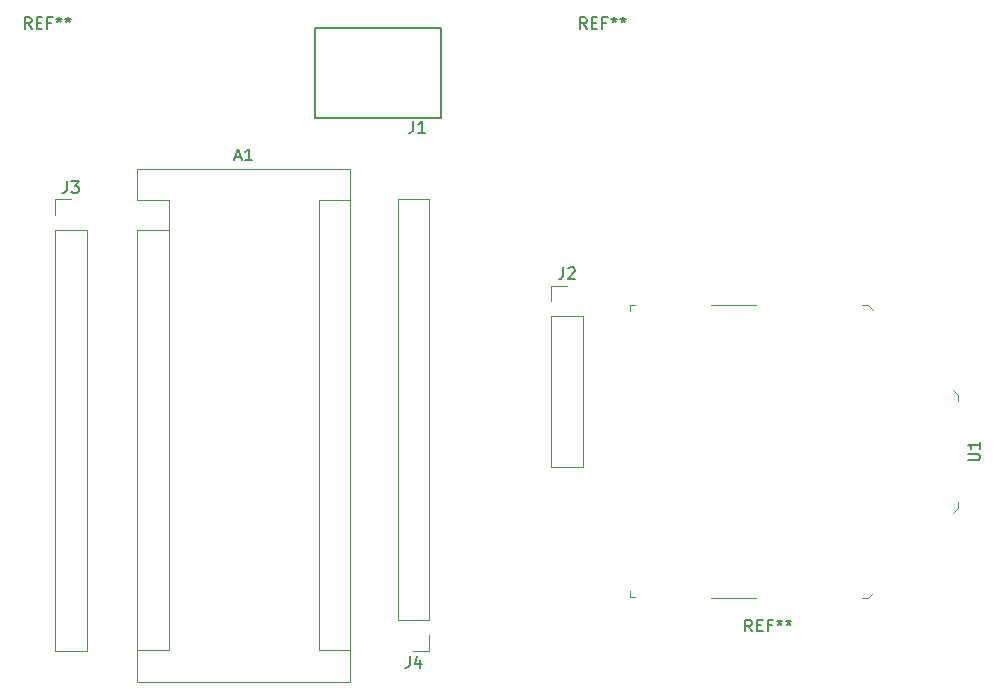
<source format=gbr>
G04 #@! TF.GenerationSoftware,KiCad,Pcbnew,5.1.5-52549c5~84~ubuntu19.04.1*
G04 #@! TF.CreationDate,2019-12-02T22:34:05+01:00*
G04 #@! TF.ProjectId,XbeeTestBench,58626565-5465-4737-9442-656e63682e6b,rev?*
G04 #@! TF.SameCoordinates,Original*
G04 #@! TF.FileFunction,Legend,Top*
G04 #@! TF.FilePolarity,Positive*
%FSLAX46Y46*%
G04 Gerber Fmt 4.6, Leading zero omitted, Abs format (unit mm)*
G04 Created by KiCad (PCBNEW 5.1.5-52549c5~84~ubuntu19.04.1) date 2019-12-02 22:34:05*
%MOMM*%
%LPD*%
G04 APERTURE LIST*
%ADD10C,0.150000*%
%ADD11C,0.100000*%
%ADD12C,0.120000*%
G04 APERTURE END LIST*
D10*
X124000000Y-51810000D02*
X127302000Y-51810000D01*
X124000000Y-51810000D02*
X119936000Y-51810000D01*
X118666000Y-48000000D02*
X118666000Y-51810000D01*
X118666000Y-48000000D02*
X118666000Y-44952000D01*
X118666000Y-51810000D02*
X119936000Y-51810000D01*
X129334000Y-51810000D02*
X129334000Y-44952000D01*
X129334000Y-48000000D02*
X129334000Y-51810000D01*
X129334000Y-51810000D02*
X127302000Y-51810000D01*
X121968000Y-44190000D02*
X124000000Y-44190000D01*
X124000000Y-44190000D02*
X118666000Y-44190000D01*
X124000000Y-44190000D02*
X129334000Y-44190000D01*
X129334000Y-44952000D02*
X129334000Y-44190000D01*
X118666000Y-44190000D02*
X118666000Y-44952000D01*
D11*
X145300000Y-92350000D02*
X145300000Y-91850000D01*
X145300000Y-92350000D02*
X145800000Y-92350000D01*
X145300000Y-67650000D02*
X145300000Y-68150000D01*
X145300000Y-67650000D02*
X145800000Y-67650000D01*
X165500000Y-67600000D02*
X165000000Y-67600000D01*
X165500000Y-67600000D02*
X165900000Y-68000000D01*
X165500000Y-92400000D02*
X165900000Y-92000000D01*
X165500000Y-92400000D02*
X165000000Y-92400000D01*
X173100000Y-75200000D02*
X172700000Y-74800000D01*
X173100000Y-75200000D02*
X173100000Y-75700000D01*
X173100000Y-84800000D02*
X173100000Y-84300000D01*
X173100000Y-84800000D02*
X172700000Y-85200000D01*
X156000000Y-67600000D02*
X152200000Y-67600000D01*
X156000000Y-92400000D02*
X152200000Y-92400000D01*
D12*
X128330000Y-96890000D02*
X127000000Y-96890000D01*
X128330000Y-95560000D02*
X128330000Y-96890000D01*
X128330000Y-94290000D02*
X125670000Y-94290000D01*
X125670000Y-94290000D02*
X125670000Y-58670000D01*
X128330000Y-94290000D02*
X128330000Y-58670000D01*
X128330000Y-58670000D02*
X125670000Y-58670000D01*
X96670000Y-58670000D02*
X98000000Y-58670000D01*
X96670000Y-60000000D02*
X96670000Y-58670000D01*
X96670000Y-61270000D02*
X99330000Y-61270000D01*
X99330000Y-61270000D02*
X99330000Y-96890000D01*
X96670000Y-61270000D02*
X96670000Y-96890000D01*
X96670000Y-96890000D02*
X99330000Y-96890000D01*
X138670000Y-65970000D02*
X140000000Y-65970000D01*
X138670000Y-67300000D02*
X138670000Y-65970000D01*
X138670000Y-68570000D02*
X141330000Y-68570000D01*
X141330000Y-68570000D02*
X141330000Y-81330000D01*
X138670000Y-68570000D02*
X138670000Y-81330000D01*
X138670000Y-81330000D02*
X141330000Y-81330000D01*
X121640000Y-56060000D02*
X103600000Y-56060000D01*
X121640000Y-99500000D02*
X121640000Y-56060000D01*
X103600000Y-99500000D02*
X121640000Y-99500000D01*
X106270000Y-96830000D02*
X103600000Y-96830000D01*
X106270000Y-61270000D02*
X106270000Y-96830000D01*
X106270000Y-61270000D02*
X103600000Y-61270000D01*
X118970000Y-96830000D02*
X121640000Y-96830000D01*
X118970000Y-58730000D02*
X118970000Y-96830000D01*
X118970000Y-58730000D02*
X121640000Y-58730000D01*
X103600000Y-56060000D02*
X103600000Y-58730000D01*
X103600000Y-61270000D02*
X103600000Y-99500000D01*
X106270000Y-58730000D02*
X103600000Y-58730000D01*
X106270000Y-61270000D02*
X106270000Y-58730000D01*
D10*
X155666666Y-95252380D02*
X155333333Y-94776190D01*
X155095238Y-95252380D02*
X155095238Y-94252380D01*
X155476190Y-94252380D01*
X155571428Y-94300000D01*
X155619047Y-94347619D01*
X155666666Y-94442857D01*
X155666666Y-94585714D01*
X155619047Y-94680952D01*
X155571428Y-94728571D01*
X155476190Y-94776190D01*
X155095238Y-94776190D01*
X156095238Y-94728571D02*
X156428571Y-94728571D01*
X156571428Y-95252380D02*
X156095238Y-95252380D01*
X156095238Y-94252380D01*
X156571428Y-94252380D01*
X157333333Y-94728571D02*
X157000000Y-94728571D01*
X157000000Y-95252380D02*
X157000000Y-94252380D01*
X157476190Y-94252380D01*
X158000000Y-94252380D02*
X158000000Y-94490476D01*
X157761904Y-94395238D02*
X158000000Y-94490476D01*
X158238095Y-94395238D01*
X157857142Y-94680952D02*
X158000000Y-94490476D01*
X158142857Y-94680952D01*
X158761904Y-94252380D02*
X158761904Y-94490476D01*
X158523809Y-94395238D02*
X158761904Y-94490476D01*
X159000000Y-94395238D01*
X158619047Y-94680952D02*
X158761904Y-94490476D01*
X158904761Y-94680952D01*
X94666666Y-44252380D02*
X94333333Y-43776190D01*
X94095238Y-44252380D02*
X94095238Y-43252380D01*
X94476190Y-43252380D01*
X94571428Y-43300000D01*
X94619047Y-43347619D01*
X94666666Y-43442857D01*
X94666666Y-43585714D01*
X94619047Y-43680952D01*
X94571428Y-43728571D01*
X94476190Y-43776190D01*
X94095238Y-43776190D01*
X95095238Y-43728571D02*
X95428571Y-43728571D01*
X95571428Y-44252380D02*
X95095238Y-44252380D01*
X95095238Y-43252380D01*
X95571428Y-43252380D01*
X96333333Y-43728571D02*
X96000000Y-43728571D01*
X96000000Y-44252380D02*
X96000000Y-43252380D01*
X96476190Y-43252380D01*
X97000000Y-43252380D02*
X97000000Y-43490476D01*
X96761904Y-43395238D02*
X97000000Y-43490476D01*
X97238095Y-43395238D01*
X96857142Y-43680952D02*
X97000000Y-43490476D01*
X97142857Y-43680952D01*
X97761904Y-43252380D02*
X97761904Y-43490476D01*
X97523809Y-43395238D02*
X97761904Y-43490476D01*
X98000000Y-43395238D01*
X97619047Y-43680952D02*
X97761904Y-43490476D01*
X97904761Y-43680952D01*
X141666666Y-44252380D02*
X141333333Y-43776190D01*
X141095238Y-44252380D02*
X141095238Y-43252380D01*
X141476190Y-43252380D01*
X141571428Y-43300000D01*
X141619047Y-43347619D01*
X141666666Y-43442857D01*
X141666666Y-43585714D01*
X141619047Y-43680952D01*
X141571428Y-43728571D01*
X141476190Y-43776190D01*
X141095238Y-43776190D01*
X142095238Y-43728571D02*
X142428571Y-43728571D01*
X142571428Y-44252380D02*
X142095238Y-44252380D01*
X142095238Y-43252380D01*
X142571428Y-43252380D01*
X143333333Y-43728571D02*
X143000000Y-43728571D01*
X143000000Y-44252380D02*
X143000000Y-43252380D01*
X143476190Y-43252380D01*
X144000000Y-43252380D02*
X144000000Y-43490476D01*
X143761904Y-43395238D02*
X144000000Y-43490476D01*
X144238095Y-43395238D01*
X143857142Y-43680952D02*
X144000000Y-43490476D01*
X144142857Y-43680952D01*
X144761904Y-43252380D02*
X144761904Y-43490476D01*
X144523809Y-43395238D02*
X144761904Y-43490476D01*
X145000000Y-43395238D01*
X144619047Y-43680952D02*
X144761904Y-43490476D01*
X144904761Y-43680952D01*
X126968666Y-52024380D02*
X126968666Y-52738666D01*
X126921047Y-52881523D01*
X126825809Y-52976761D01*
X126682952Y-53024380D01*
X126587714Y-53024380D01*
X127968666Y-53024380D02*
X127397238Y-53024380D01*
X127682952Y-53024380D02*
X127682952Y-52024380D01*
X127587714Y-52167238D01*
X127492476Y-52262476D01*
X127397238Y-52310095D01*
X173942380Y-80761904D02*
X174751904Y-80761904D01*
X174847142Y-80714285D01*
X174894761Y-80666666D01*
X174942380Y-80571428D01*
X174942380Y-80380952D01*
X174894761Y-80285714D01*
X174847142Y-80238095D01*
X174751904Y-80190476D01*
X173942380Y-80190476D01*
X174942380Y-79190476D02*
X174942380Y-79761904D01*
X174942380Y-79476190D02*
X173942380Y-79476190D01*
X174085238Y-79571428D01*
X174180476Y-79666666D01*
X174228095Y-79761904D01*
X126666666Y-97342380D02*
X126666666Y-98056666D01*
X126619047Y-98199523D01*
X126523809Y-98294761D01*
X126380952Y-98342380D01*
X126285714Y-98342380D01*
X127571428Y-97675714D02*
X127571428Y-98342380D01*
X127333333Y-97294761D02*
X127095238Y-98009047D01*
X127714285Y-98009047D01*
X97666666Y-57122380D02*
X97666666Y-57836666D01*
X97619047Y-57979523D01*
X97523809Y-58074761D01*
X97380952Y-58122380D01*
X97285714Y-58122380D01*
X98047619Y-57122380D02*
X98666666Y-57122380D01*
X98333333Y-57503333D01*
X98476190Y-57503333D01*
X98571428Y-57550952D01*
X98619047Y-57598571D01*
X98666666Y-57693809D01*
X98666666Y-57931904D01*
X98619047Y-58027142D01*
X98571428Y-58074761D01*
X98476190Y-58122380D01*
X98190476Y-58122380D01*
X98095238Y-58074761D01*
X98047619Y-58027142D01*
X139666666Y-64422380D02*
X139666666Y-65136666D01*
X139619047Y-65279523D01*
X139523809Y-65374761D01*
X139380952Y-65422380D01*
X139285714Y-65422380D01*
X140095238Y-64517619D02*
X140142857Y-64470000D01*
X140238095Y-64422380D01*
X140476190Y-64422380D01*
X140571428Y-64470000D01*
X140619047Y-64517619D01*
X140666666Y-64612857D01*
X140666666Y-64708095D01*
X140619047Y-64850952D01*
X140047619Y-65422380D01*
X140666666Y-65422380D01*
X111905714Y-55086666D02*
X112381904Y-55086666D01*
X111810476Y-55372380D02*
X112143809Y-54372380D01*
X112477142Y-55372380D01*
X113334285Y-55372380D02*
X112762857Y-55372380D01*
X113048571Y-55372380D02*
X113048571Y-54372380D01*
X112953333Y-54515238D01*
X112858095Y-54610476D01*
X112762857Y-54658095D01*
M02*

</source>
